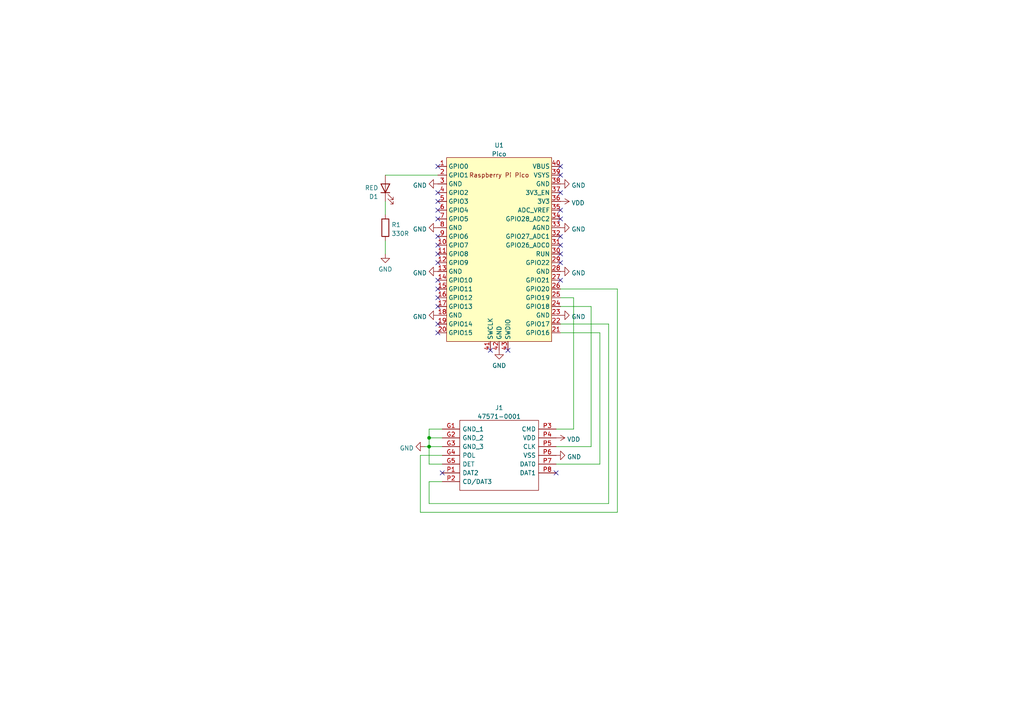
<source format=kicad_sch>
(kicad_sch (version 20211123) (generator eeschema)
  (paper "A4")
  (title_block (title "OpenReset Carrier Board") (date "2022-03-20") (rev "v1") (company "cyanic"))
  (lib_symbols
    (symbol "Device:LED" (pin_numbers hide) (pin_names (offset 1.016) hide)
      (property "Reference" "D" (at 0 2.54 0))
      (property "Value" "LED" (at 0 -2.54 0))
      (symbol "LED_0_1"
        (polyline (pts (xy -1.27 -1.27) (xy -1.27 1.27)) (stroke (width 0.254)))
        (polyline (pts (xy -1.27 0) (xy 1.27 0)))
        (polyline (pts (xy 1.27 -1.27) (xy 1.27 1.27) (xy -1.27 0) (xy 1.27 -1.27)) (stroke (width 0.254)))
        (polyline (pts (xy -3.048 -0.762) (xy -4.572 -2.286) (xy -3.81 -2.286) (xy -4.572 -2.286) (xy -4.572 -1.524)))
        (polyline (pts (xy -1.778 -0.762) (xy -3.302 -2.286) (xy -2.54 -2.286) (xy -3.302 -2.286) (xy -3.302 -1.524)))
      )
      (symbol "LED_1_1"
        (pin passive line (at -3.81 0 0) (length 2.54) (name "K") (number "1"))
        (pin passive line (at 3.81 0 180) (length 2.54) (name "A") (number "2"))
      )
    )
    (symbol "Device:R" (pin_numbers hide) (pin_names (offset 0))
      (property "Reference" "R" (at 2.032 0 90))
      (property "Value" "R" (at 0 0 90))
      (symbol "R_0_1"
        (rectangle (start -1.016 -2.54) (end 1.016 2.54) (stroke (width 0.254)))
      )
      (symbol "R_1_1"
        (pin passive line (at 0 3.81 270) (length 1.27) (name "~") (number "1"))
        (pin passive line (at 0 -3.81 90) (length 1.27) (name "~") (number "2"))
      )
    )
    (symbol "MCU_RaspberryPi_and_Boards:Pico"
      (property "Reference" "U" (at -13.97 27.94 0))
      (property "Value" "Pico" (at 0 19.05 0))
      (symbol "Pico_0_0"
        (text "Raspberry Pi Pico" (at 0 21.59 0) (effects (font (size 1.27 1.27))))
      )
      (symbol "Pico_0_1"
        (rectangle (start -15.24 26.67) (end 15.24 -26.67) (fill (type background)))
      )
      (symbol "Pico_1_1"
        (pin bidirectional line (at -17.78 24.13 0) (length 2.54) (name "GPIO0") (number "1"))
        (pin bidirectional line (at -17.78 1.27 0) (length 2.54) (name "GPIO7") (number "10"))
        (pin bidirectional line (at -17.78 -1.27 0) (length 2.54) (name "GPIO8") (number "11"))
        (pin bidirectional line (at -17.78 -3.81 0) (length 2.54) (name "GPIO9") (number "12"))
        (pin power_in line (at -17.78 -6.35 0) (length 2.54) (name "GND") (number "13"))
        (pin bidirectional line (at -17.78 -8.89 0) (length 2.54) (name "GPIO10") (number "14"))
        (pin bidirectional line (at -17.78 -11.43 0) (length 2.54) (name "GPIO11") (number "15"))
        (pin bidirectional line (at -17.78 -13.97 0) (length 2.54) (name "GPIO12") (number "16"))
        (pin bidirectional line (at -17.78 -16.51 0) (length 2.54) (name "GPIO13") (number "17"))
        (pin power_in line (at -17.78 -19.05 0) (length 2.54) (name "GND") (number "18"))
        (pin bidirectional line (at -17.78 -21.59 0) (length 2.54) (name "GPIO14") (number "19"))
        (pin bidirectional line (at -17.78 21.59 0) (length 2.54) (name "GPIO1") (number "2"))
        (pin bidirectional line (at -17.78 -24.13 0) (length 2.54) (name "GPIO15") (number "20"))
        (pin bidirectional line (at 17.78 -24.13 180) (length 2.54) (name "GPIO16") (number "21"))
        (pin bidirectional line (at 17.78 -21.59 180) (length 2.54) (name "GPIO17") (number "22"))
        (pin power_in line (at 17.78 -19.05 180) (length 2.54) (name "GND") (number "23"))
        (pin bidirectional line (at 17.78 -16.51 180) (length 2.54) (name "GPIO18") (number "24"))
        (pin bidirectional line (at 17.78 -13.97 180) (length 2.54) (name "GPIO19") (number "25"))
        (pin bidirectional line (at 17.78 -11.43 180) (length 2.54) (name "GPIO20") (number "26"))
        (pin bidirectional line (at 17.78 -8.89 180) (length 2.54) (name "GPIO21") (number "27"))
        (pin power_in line (at 17.78 -6.35 180) (length 2.54) (name "GND") (number "28"))
        (pin bidirectional line (at 17.78 -3.81 180) (length 2.54) (name "GPIO22") (number "29"))
        (pin power_in line (at -17.78 19.05 0) (length 2.54) (name "GND") (number "3"))
        (pin input line (at 17.78 -1.27 180) (length 2.54) (name "RUN") (number "30"))
        (pin bidirectional line (at 17.78 1.27 180) (length 2.54) (name "GPIO26_ADC0") (number "31"))
        (pin bidirectional line (at 17.78 3.81 180) (length 2.54) (name "GPIO27_ADC1") (number "32"))
        (pin power_in line (at 17.78 6.35 180) (length 2.54) (name "AGND") (number "33"))
        (pin bidirectional line (at 17.78 8.89 180) (length 2.54) (name "GPIO28_ADC2") (number "34"))
        (pin power_in line (at 17.78 11.43 180) (length 2.54) (name "ADC_VREF") (number "35"))
        (pin power_in line (at 17.78 13.97 180) (length 2.54) (name "3V3") (number "36"))
        (pin input line (at 17.78 16.51 180) (length 2.54) (name "3V3_EN") (number "37"))
        (pin bidirectional line (at 17.78 19.05 180) (length 2.54) (name "GND") (number "38"))
        (pin power_in line (at 17.78 21.59 180) (length 2.54) (name "VSYS") (number "39"))
        (pin bidirectional line (at -17.78 16.51 0) (length 2.54) (name "GPIO2") (number "4"))
        (pin power_in line (at 17.78 24.13 180) (length 2.54) (name "VBUS") (number "40"))
        (pin input line (at -2.54 -29.21 90) (length 2.54) (name "SWCLK") (number "41"))
        (pin power_in line (at 0 -29.21 90) (length 2.54) (name "GND") (number "42"))
        (pin bidirectional line (at 2.54 -29.21 90) (length 2.54) (name "SWDIO") (number "43"))
        (pin bidirectional line (at -17.78 13.97 0) (length 2.54) (name "GPIO3") (number "5"))
        (pin bidirectional line (at -17.78 11.43 0) (length 2.54) (name "GPIO4") (number "6"))
        (pin bidirectional line (at -17.78 8.89 0) (length 2.54) (name "GPIO5") (number "7"))
        (pin power_in line (at -17.78 6.35 0) (length 2.54) (name "GND") (number "8"))
        (pin bidirectional line (at -17.78 3.81 0) (length 2.54) (name "GPIO6") (number "9"))
      )
    )
    (symbol "SamacSys_Parts:47571-0001" (pin_names (offset 0.762))
      (property "Reference" "J" (at 29.21 7.62 0))
      (property "Value" "47571-0001" (at 29.21 5.08 0))
      (symbol "47571-0001_0_0"
        (pin passive line (at 0 0 0) (length 5.08) (name "GND_1") (number "G1"))
        (pin passive line (at 0 -2.54 0) (length 5.08) (name "GND_2") (number "G2"))
        (pin passive line (at 0 -5.08 0) (length 5.08) (name "GND_3") (number "G3"))
        (pin passive line (at 0 -7.62 0) (length 5.08) (name "POL") (number "G4"))
        (pin passive line (at 0 -10.16 0) (length 5.08) (name "DET") (number "G5"))
        (pin passive line (at 0 -12.7 0) (length 5.08) (name "DAT2") (number "P1"))
        (pin passive line (at 0 -15.24 0) (length 5.08) (name "CD/DAT3") (number "P2"))
        (pin passive line (at 33.02 0 180) (length 5.08) (name "CMD") (number "P3"))
        (pin passive line (at 33.02 -2.54 180) (length 5.08) (name "VDD") (number "P4"))
        (pin passive line (at 33.02 -5.08 180) (length 5.08) (name "CLK") (number "P5"))
        (pin passive line (at 33.02 -7.62 180) (length 5.08) (name "VSS") (number "P6"))
        (pin passive line (at 33.02 -10.16 180) (length 5.08) (name "DAT0") (number "P7"))
        (pin passive line (at 33.02 -12.7 180) (length 5.08) (name "DAT1") (number "P8"))
      )
      (symbol "47571-0001_0_1"
        (polyline (pts (xy 5.08 2.54) (xy 27.94 2.54) (xy 27.94 -17.78) (xy 5.08 -17.78) (xy 5.08 2.54)) (stroke (width 0.1524)))
      )
    )
    (symbol "power:GND" (power) (pin_names (offset 0))
      (property "Value" "GND" (at 0 -3.81 0))
      (symbol "GND_0_1"
        (polyline (pts (xy 0 0) (xy 0 -1.27) (xy 1.27 -1.27) (xy 0 -2.54) (xy -1.27 -1.27) (xy 0 -1.27)))
      )
      (symbol "GND_1_1"
        (pin power_in line (at 0 0 270) (length 0) hide (name "GND") (number "1"))
      )
    )
    (symbol "power:VDD" (power) (pin_names (offset 0))
      (property "Value" "VDD" (at 0 3.81 0))
      (symbol "VDD_0_1"
        (polyline (pts (xy -0.762 1.27) (xy 0 2.54)))
        (polyline (pts (xy 0 0) (xy 0 2.54)))
        (polyline (pts (xy 0 2.54) (xy 0.762 1.27)))
      )
      (symbol "VDD_1_1"
        (pin power_in line (at 0 0 90) (length 0) hide (name "VDD") (number "1"))
      )
    )
  )
  (junction (at 124.46 127))
  (junction (at 124.46 129.54))
  (no_connect (at 127 93.98))
  (no_connect (at 127 88.9))
  (no_connect (at 162.56 81.28))
  (no_connect (at 162.56 76.2))
  (no_connect (at 162.56 63.5))
  (no_connect (at 162.56 60.96))
  (no_connect (at 162.56 55.88))
  (no_connect (at 162.56 73.66))
  (no_connect (at 162.56 71.12))
  (no_connect (at 162.56 68.58))
  (no_connect (at 162.56 50.8))
  (no_connect (at 162.56 48.26))
  (no_connect (at 127 73.66))
  (no_connect (at 127 71.12))
  (no_connect (at 127 68.58))
  (no_connect (at 127 63.5))
  (no_connect (at 127 60.96))
  (no_connect (at 127 58.42))
  (no_connect (at 127 55.88))
  (no_connect (at 127 48.26))
  (no_connect (at 127 86.36))
  (no_connect (at 127 83.82))
  (no_connect (at 127 81.28))
  (no_connect (at 127 76.2))
  (no_connect (at 127 96.52))
  (no_connect (at 142.24 101.6))
  (no_connect (at 147.32 101.6))
  (no_connect (at 128.27 137.16))
  (no_connect (at 161.29 137.16))
  (wire (pts (xy 124.46 146.05) (xy 176.53 146.05)))
  (wire (pts (xy 124.46 139.7) (xy 124.46 146.05)))
  (wire (pts (xy 111.76 69.85) (xy 111.76 73.66)))
  (wire (pts (xy 124.46 129.54) (xy 124.46 134.62)))
  (wire (pts (xy 124.46 134.62) (xy 128.27 134.62)))
  (wire (pts (xy 179.07 83.82) (xy 162.56 83.82)))
  (wire (pts (xy 171.45 129.54) (xy 171.45 88.9)))
  (wire (pts (xy 179.07 148.59) (xy 179.07 83.82)))
  (wire (pts (xy 166.37 124.46) (xy 166.37 86.36)))
  (wire (pts (xy 124.46 129.54) (xy 128.27 129.54)))
  (wire (pts (xy 161.29 124.46) (xy 166.37 124.46)))
  (wire (pts (xy 173.99 134.62) (xy 173.99 96.52)))
  (wire (pts (xy 121.92 148.59) (xy 179.07 148.59)))
  (wire (pts (xy 121.92 132.08) (xy 121.92 148.59)))
  (wire (pts (xy 111.76 50.8) (xy 127 50.8)))
  (wire (pts (xy 171.45 88.9) (xy 162.56 88.9)))
  (wire (pts (xy 161.29 129.54) (xy 171.45 129.54)))
  (wire (pts (xy 176.53 146.05) (xy 176.53 93.98)))
  (wire (pts (xy 173.99 96.52) (xy 162.56 96.52)))
  (wire (pts (xy 124.46 124.46) (xy 124.46 127)))
  (wire (pts (xy 124.46 139.7) (xy 128.27 139.7)))
  (wire (pts (xy 166.37 86.36) (xy 162.56 86.36)))
  (wire (pts (xy 128.27 132.08) (xy 121.92 132.08)))
  (wire (pts (xy 124.46 127) (xy 128.27 127)))
  (wire (pts (xy 124.46 129.54) (xy 123.19 129.54)))
  (wire (pts (xy 111.76 58.42) (xy 111.76 62.23)))
  (wire (pts (xy 161.29 134.62) (xy 173.99 134.62)))
  (wire (pts (xy 128.27 124.46) (xy 124.46 124.46)))
  (wire (pts (xy 124.46 127) (xy 124.46 129.54)))
  (wire (pts (xy 176.53 93.98) (xy 162.56 93.98)))
  (symbol (lib_id "power:GND") (at 144.78 101.6 0) (unit 1)
    (property "Reference" "#PWR0111" (effects hide))
    (property "Value" "GND" (at 144.78 106.0434 0))
  )
  (symbol (lib_id "power:GND") (at 127 53.34 270) (unit 1)
    (property "Reference" "#PWR0112" (effects hide))
    (property "Value" "GND" (at 123.8251 53.7738 90) (effects (justify right)))
  )
  (symbol (lib_id "power:GND") (at 162.56 66.04 90) (unit 1)
    (property "Reference" "#PWR0108" (effects hide))
    (property "Value" "GND" (at 165.735 66.4738 90) (effects (justify right)))
  )
  (symbol (lib_id "power:GND") (at 162.56 78.74 90) (unit 1)
    (property "Reference" "#PWR0104" (effects hide))
    (property "Value" "GND" (at 165.735 79.1738 90) (effects (justify right)))
  )
  (symbol (lib_id "Device:LED") (at 111.76 54.61 90) (unit 1)
    (property "Reference" "D1" (at 109.728 57.0322 90) (effects (justify left)))
    (property "Value" "RED" (at 109.728 54.4953 90) (effects (justify left)))
    (property "Footprint" "Library:LED_0603_1608Metric_Pad1.05x0.95mm_HandSolder" (effects hide))
  )
  (symbol (lib_id "power:GND") (at 127 91.44 270) (unit 1)
    (property "Reference" "#PWR0110" (effects hide))
    (property "Value" "GND" (at 123.8251 91.8738 90) (effects (justify right)))
  )
  (symbol (lib_id "power:VDD") (at 161.29 127 270) (unit 1)
    (property "Reference" "#PWR0102" (effects hide))
    (property "Value" "VDD" (at 164.465 127.4338 90) (effects (justify left)))
  )
  (symbol (lib_id "MCU_RaspberryPi_and_Boards:Pico") (at 144.78 72.39 0) (unit 1)
    (property "Reference" "U1" (at 144.78 42.1472 0))
    (property "Value" "Pico" (at 144.78 44.6841 0))
    (property "Footprint" "Library:RPi_Pico_SMD_TH" (effects hide))
  )
  (symbol (lib_id "power:GND") (at 127 66.04 270) (unit 1)
    (property "Reference" "#PWR0113" (effects hide))
    (property "Value" "GND" (at 123.8251 66.4738 90) (effects (justify right)))
  )
  (symbol (lib_id "Device:R") (at 111.76 66.04 0) (unit 1)
    (property "Reference" "R1" (at 113.538 65.2053 0) (effects (justify left)))
    (property "Value" "330R" (at 113.538 67.7422 0) (effects (justify left)))
    (property "Footprint" "Library:R_0603_1608Metric_Pad0.98x0.95mm_HandSolder" (effects hide))
  )
  (symbol (lib_id "power:GND") (at 161.29 132.08 90) (unit 1)
    (property "Reference" "#PWR0103" (effects hide))
    (property "Value" "GND" (at 164.465 132.5138 90) (effects (justify right)))
  )
  (symbol (lib_id "power:GND") (at 127 78.74 270) (unit 1)
    (property "Reference" "#PWR0109" (effects hide))
    (property "Value" "GND" (at 123.8251 79.1738 90) (effects (justify right)))
  )
  (symbol (lib_id "power:GND") (at 123.19 129.54 270) (unit 1)
    (property "Reference" "#PWR0101" (effects hide))
    (property "Value" "GND" (at 120.0151 129.9738 90) (effects (justify right)))
  )
  (symbol (lib_id "power:GND") (at 162.56 53.34 90) (unit 1)
    (property "Reference" "#PWR0106" (effects hide))
    (property "Value" "GND" (at 165.735 53.7738 90) (effects (justify right)))
  )
  (symbol (lib_id "power:GND") (at 162.56 91.44 90) (unit 1)
    (property "Reference" "#PWR0107" (effects hide))
    (property "Value" "GND" (at 165.735 91.8738 90) (effects (justify right)))
  )
  (symbol (lib_id "power:VDD") (at 162.56 58.42 270) (unit 1)
    (property "Reference" "#PWR0105" (effects hide))
    (property "Value" "VDD" (at 165.735 58.8538 90) (effects (justify left)))
  )
  (symbol (lib_id "SamacSys_Parts:47571-0001") (at 128.27 124.46 0) (unit 1)
    (property "Reference" "J1" (at 144.78 118.271 0))
    (property "Value" "47571-0001" (at 144.78 120.8079 0))
    (property "Footprint" "Library:475710001" (effects hide))
    (property "Datasheet" "https://componentsearchengine.com/Datasheets/2/47571-0001.pdf" (effects hide))
    (property "Description" "Memory Card Connectors ASSY FOR TFR HEADER HEADER W/DETECT PIN" (effects hide))
    (property "Height" "2.3" (effects hide))
    (property "Mouser Part Number" "538-47571-0001" (effects hide))
    (property "Mouser Price/Stock" "https://www.mouser.co.uk/ProductDetail/Molex/47571-0001?qs=qM7ngqbhX5UTJOg9nqKLJQ%3D%3D" (effects hide))
    (property "Manufacturer_Name" "Molex" (effects hide))
    (property "Manufacturer_Part_Number" "47571-0001" (effects hide))
  )
  (symbol (lib_id "power:GND") (at 111.76 73.66 0) (unit 1)
    (property "Reference" "#PWR0114" (effects hide))
    (property "Value" "GND" (at 111.76 78.1034 0))
  )
)
</source>
